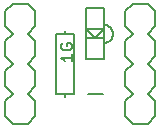
<source format=gto>
G75*
%MOIN*%
%OFA0B0*%
%FSLAX25Y25*%
%IPPOS*%
%LPD*%
%AMOC8*
5,1,8,0,0,1.08239X$1,22.5*
%
%ADD10C,0.00800*%
%ADD11C,0.00500*%
%ADD12C,0.00600*%
D10*
X0009300Y0006800D02*
X0014300Y0006800D01*
X0016800Y0009300D01*
X0016800Y0014300D01*
X0014300Y0016800D01*
X0016800Y0019300D01*
X0016800Y0024300D01*
X0014300Y0026800D01*
X0016800Y0029300D01*
X0016800Y0034300D01*
X0014300Y0036800D01*
X0016800Y0039300D01*
X0016800Y0044300D01*
X0014300Y0046800D01*
X0009300Y0046800D01*
X0006800Y0044300D01*
X0006800Y0039300D01*
X0009300Y0036800D01*
X0006800Y0034300D01*
X0006800Y0029300D01*
X0009300Y0026800D01*
X0006800Y0024300D01*
X0006800Y0019300D01*
X0009300Y0016800D01*
X0006800Y0014300D01*
X0006800Y0009300D01*
X0009300Y0006800D01*
X0023800Y0016800D02*
X0023800Y0036800D01*
X0026800Y0036800D01*
X0026800Y0037800D01*
X0026800Y0036800D02*
X0029800Y0036800D01*
X0029800Y0016800D01*
X0026800Y0016800D01*
X0026800Y0015800D01*
X0026800Y0016800D02*
X0023800Y0016800D01*
X0034300Y0016800D02*
X0039300Y0016800D01*
X0046800Y0014300D02*
X0046800Y0009300D01*
X0049300Y0006800D01*
X0054300Y0006800D01*
X0056800Y0009300D01*
X0056800Y0014300D01*
X0054300Y0016800D01*
X0056800Y0019300D01*
X0056800Y0024300D01*
X0054300Y0026800D01*
X0056800Y0029300D01*
X0056800Y0034300D01*
X0054300Y0036800D01*
X0056800Y0039300D01*
X0056800Y0044300D01*
X0054300Y0046800D01*
X0049300Y0046800D01*
X0046800Y0044300D01*
X0046800Y0039300D01*
X0049300Y0036800D01*
X0046800Y0034300D01*
X0046800Y0029300D01*
X0049300Y0026800D01*
X0046800Y0024300D01*
X0046800Y0019300D01*
X0049300Y0016800D01*
X0046800Y0014300D01*
D11*
X0039800Y0028300D02*
X0033800Y0028300D01*
X0033800Y0035300D01*
X0036800Y0035300D01*
X0039800Y0035300D01*
X0039800Y0033800D01*
X0039800Y0028300D01*
X0039800Y0035300D02*
X0039800Y0038300D01*
X0036800Y0035300D01*
X0033800Y0038300D01*
X0039800Y0038300D01*
X0039800Y0039800D01*
X0039800Y0045300D01*
X0033800Y0045300D01*
X0033800Y0038300D01*
X0033800Y0035300D01*
X0039800Y0033800D02*
X0039908Y0033802D01*
X0040016Y0033808D01*
X0040124Y0033818D01*
X0040232Y0033831D01*
X0040339Y0033849D01*
X0040445Y0033870D01*
X0040550Y0033895D01*
X0040655Y0033924D01*
X0040758Y0033957D01*
X0040860Y0033993D01*
X0040961Y0034034D01*
X0041060Y0034077D01*
X0041157Y0034125D01*
X0041253Y0034175D01*
X0041347Y0034229D01*
X0041438Y0034287D01*
X0041528Y0034348D01*
X0041616Y0034412D01*
X0041701Y0034479D01*
X0041783Y0034549D01*
X0041863Y0034622D01*
X0041940Y0034698D01*
X0042015Y0034777D01*
X0042086Y0034858D01*
X0042155Y0034942D01*
X0042221Y0035028D01*
X0042283Y0035116D01*
X0042342Y0035207D01*
X0042398Y0035300D01*
X0042451Y0035395D01*
X0042500Y0035491D01*
X0042545Y0035590D01*
X0042587Y0035690D01*
X0042625Y0035791D01*
X0042660Y0035894D01*
X0042691Y0035997D01*
X0042718Y0036102D01*
X0042741Y0036208D01*
X0042760Y0036315D01*
X0042776Y0036422D01*
X0042788Y0036530D01*
X0042796Y0036638D01*
X0042800Y0036746D01*
X0042800Y0036854D01*
X0042796Y0036962D01*
X0042788Y0037070D01*
X0042776Y0037178D01*
X0042760Y0037285D01*
X0042741Y0037392D01*
X0042718Y0037498D01*
X0042691Y0037603D01*
X0042660Y0037706D01*
X0042625Y0037809D01*
X0042587Y0037910D01*
X0042545Y0038010D01*
X0042500Y0038109D01*
X0042451Y0038205D01*
X0042398Y0038300D01*
X0042342Y0038393D01*
X0042283Y0038484D01*
X0042221Y0038572D01*
X0042155Y0038658D01*
X0042086Y0038742D01*
X0042015Y0038823D01*
X0041940Y0038902D01*
X0041863Y0038978D01*
X0041783Y0039051D01*
X0041701Y0039121D01*
X0041616Y0039188D01*
X0041528Y0039252D01*
X0041438Y0039313D01*
X0041347Y0039371D01*
X0041253Y0039425D01*
X0041157Y0039475D01*
X0041060Y0039523D01*
X0040961Y0039566D01*
X0040860Y0039607D01*
X0040758Y0039643D01*
X0040655Y0039676D01*
X0040550Y0039705D01*
X0040445Y0039730D01*
X0040339Y0039751D01*
X0040232Y0039769D01*
X0040124Y0039782D01*
X0040016Y0039792D01*
X0039908Y0039798D01*
X0039800Y0039800D01*
D12*
X0029000Y0033118D02*
X0029000Y0031984D01*
X0028433Y0031417D01*
X0026164Y0031417D01*
X0025597Y0031984D01*
X0025597Y0033118D01*
X0026164Y0033685D01*
X0027299Y0033685D02*
X0027299Y0032551D01*
X0027299Y0033685D02*
X0028433Y0033685D01*
X0029000Y0033118D01*
X0029000Y0030002D02*
X0029000Y0027734D01*
X0029000Y0028868D02*
X0025597Y0028868D01*
X0026731Y0027734D01*
M02*

</source>
